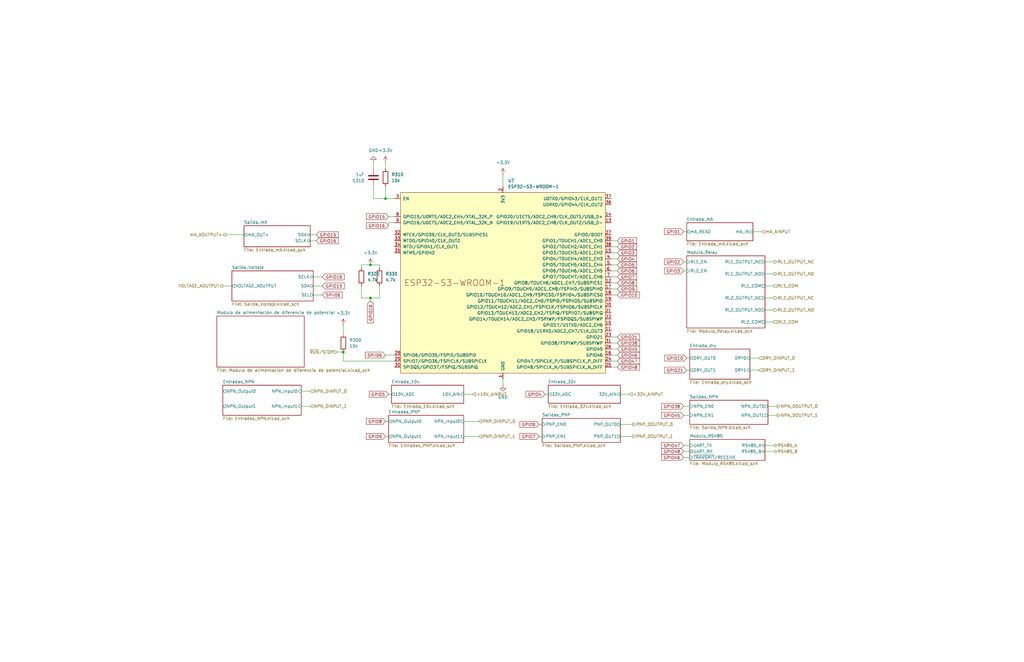
<source format=kicad_sch>
(kicad_sch (version 20250114) (generator "eeschema") (generator_version "9.0")
  (paper "USLedger")
  (title_block (title "NIVARA") (date "2025-06-13") (rev "1.0") (company "ELECTIVA ITLA"))
  (lib_symbols
    (symbol "Device:C" (pin_numbers (hide yes)) (pin_names (offset 0.254))
      (property "Reference" "C" (at 0.635 2.54 0))
      (property "Value" "C" (at 0.635 -2.54 0))
      (symbol "C_0_1"
        (polyline (pts (xy -2.032 0.762) (xy 2.032 0.762)) (stroke (width 0.508)))
        (polyline (pts (xy -2.032 -0.762) (xy 2.032 -0.762)) (stroke (width 0.508)))
      )
      (symbol "C_1_1"
        (pin passive line (at 0 3.81 270) (length 2.794) (name "~") (number "1"))
        (pin passive line (at 0 -3.81 90) (length 2.794) (name "~") (number "2"))
      )
    )
    (symbol "Device:R" (pin_numbers (hide yes)) (pin_names (offset 0))
      (property "Reference" "R" (at 2.032 0 90))
      (property "Value" "R" (at 0 0 90))
      (symbol "R_0_1"
        (rectangle (start -1.016 -2.54) (end 1.016 2.54) (stroke (width 0.254)))
      )
      (symbol "R_1_1"
        (pin passive line (at 0 3.81 270) (length 1.27) (name "~") (number "1"))
        (pin passive line (at 0 -3.81 90) (length 1.27) (name "~") (number "2"))
      )
    )
    (symbol "PCM_Espressif:ESP32-S3-WROOM-1" (pin_names (offset 1.016))
      (property "Reference" "U" (at -43.18 43.18 0))
      (property "Value" "ESP32-S3-WROOM-1" (at -43.18 40.64 0))
      (symbol "ESP32-S3-WROOM-1_0_0"
        (text "ESP32-S3-WROOM-1" (at -20.32 0 0) (effects (font (size 2.54 2.54))))
        (pin input line (at -45.72 35.56 0) (length 2.54) (name "EN") (number "3"))
        (pin bidirectional line (at -45.72 27.94 0) (length 2.54) (name "GPIO15/U0RTS/ADC2_CH4/XTAL_32K_P") (number "8"))
        (pin bidirectional line (at -45.72 25.4 0) (length 2.54) (name "GPIO16/U0CTS/ADC2_CH5/XTAL_32K_N") (number "9"))
        (pin bidirectional line (at -45.72 20.32 0) (length 2.54) (name "MTCK/GPIO39/CLK_OUT3/SUBSPICS1") (number "32"))
        (pin bidirectional line (at -45.72 17.78 0) (length 2.54) (name "MTDO/GPIO40/CLK_OUT2") (number "33"))
        (pin bidirectional line (at -45.72 15.24 0) (length 2.54) (name "MTDI/GPIO41/CLK_OUT1") (number "34"))
        (pin bidirectional line (at -45.72 12.7 0) (length 2.54) (name "MTMS/GPIO42") (number "35"))
        (pin bidirectional line (at -45.72 -30.48 0) (length 2.54) (name "SPIIO6/GPIO35/FSPID/SUBSPID") (number "28"))
        (pin bidirectional line (at -45.72 -33.02 0) (length 2.54) (name "SPIIO7/GPIO36/FSPICLK/SUBSPICLK") (number "29"))
        (pin bidirectional line (at -45.72 -35.56 0) (length 2.54) (name "SPIDQS/GPIO37/FSPIQ/SUBSPIQ") (number "30"))
        (pin power_in line (at 0 40.64 270) (length 2.54) (name "3V3") (number "2"))
        (pin power_in line (at 0 -40.64 90) (length 2.54) (name "GND") (number "1"))
        (pin passive line (at 0 -40.64 90) (length 2.54) (hide yes) (name "GND") (number "40"))
        (pin passive line (at 0 -40.64 90) (length 2.54) (hide yes) (name "GND") (number "41"))
        (pin bidirectional line (at 45.72 35.56 180) (length 2.54) (name "U0TXD/GPIO43/CLK_OUT1") (number "37"))
        (pin bidirectional line (at 45.72 33.02 180) (length 2.54) (name "U0RXD/GPIO44/CLK_OUT2") (number "36"))
        (pin bidirectional line (at 45.72 27.94 180) (length 2.54) (name "GPIO20/U1CTS/ADC2_CH9/CLK_OUT1/USB_D+") (number "14"))
        (pin bidirectional line (at 45.72 25.4 180) (length 2.54) (name "GPIO19/U1RTS/ADC2_CH8/CLK_OUT2/USB_D-") (number "13"))
        (pin bidirectional line (at 45.72 20.32 180) (length 2.54) (name "GPIO0/BOOT") (number "27"))
        (pin bidirectional line (at 45.72 17.78 180) (length 2.54) (name "GPIO1/TOUCH1/ADC1_CH0") (number "39"))
        (pin bidirectional line (at 45.72 15.24 180) (length 2.54) (name "GPIO2/TOUCH2/ADC1_CH1") (number "38"))
        (pin bidirectional line (at 45.72 12.7 180) (length 2.54) (name "GPIO3/TOUCH3/ADC1_CH2") (number "15"))
        (pin bidirectional line (at 45.72 10.16 180) (length 2.54) (name "GPIO4/TOUCH4/ADC1_CH3") (number "4"))
        (pin bidirectional line (at 45.72 7.62 180) (length 2.54) (name "GPIO5/TOUCH5/ADC1_CH4") (number "5"))
        (pin bidirectional line (at 45.72 5.08 180) (length 2.54) (name "GPIO6/TOUCH6/ADC1_CH5") (number "6"))
        (pin bidirectional line (at 45.72 2.54 180) (length 2.54) (name "GPIO7/TOUCH7/ADC1_CH6") (number "7"))
        (pin bidirectional line (at 45.72 0 180) (length 2.54) (name "GPIO8/TOUCH8/ADC1_CH7/SUBSPICS1") (number "12"))
        (pin bidirectional line (at 45.72 -2.54 180) (length 2.54) (name "GPIO9/TOUCH9/ADC1_CH8/FSPIHD/SUBSPIHD") (number "17"))
        (pin bidirectional line (at 45.72 -5.08 180) (length 2.54) (name "GPIO10/TOUCH10/ADC1_CH9/FSPICS0/FSPIIO4/SUBSPICS0") (number "18"))
        (pin bidirectional line (at 45.72 -7.62 180) (length 2.54) (name "GPIO11/TOUCH11/ADC2_CH0/FSPID/FSPIIO5/SUBSPID") (number "19"))
        (pin bidirectional line (at 45.72 -10.16 180) (length 2.54) (name "GPIO12/TOUCH12/ADC2_CH1/FSPICLK/FSPIIO6/SUBSPICLK") (number "20"))
        (pin bidirectional line (at 45.72 -12.7 180) (length 2.54) (name "GPIO13/TOUCH13/ADC2_CH2/FSPIQ/FSPIIO7/SUBSPIQ") (number "21"))
        (pin bidirectional line (at 45.72 -15.24 180) (length 2.54) (name "GPIO14/TOUCH14/ADC2_CH3/FSPIWP/FSPIDQS/SUBSPIWP") (number "22"))
        (pin bidirectional line (at 45.72 -17.78 180) (length 2.54) (name "GPIO17/U1TXD/ADC2_CH6") (number "10"))
        (pin bidirectional line (at 45.72 -20.32 180) (length 2.54) (name "GPIO18/U1RXD/ADC2_CH7/CLK_OUT3") (number "11"))
        (pin bidirectional line (at 45.72 -22.86 180) (length 2.54) (name "GPIO21") (number "23"))
        (pin bidirectional line (at 45.72 -25.4 180) (length 2.54) (name "GPIO38/FSPIWP/SUBSPIWP") (number "31"))
        (pin bidirectional line (at 45.72 -27.94 180) (length 2.54) (name "GPIO45") (number "26"))
        (pin bidirectional line (at 45.72 -30.48 180) (length 2.54) (name "GPIO46") (number "16"))
        (pin bidirectional line (at 45.72 -33.02 180) (length 2.54) (name "GPIO47/SPICLK_P/SUBSPICLK_P_DIFF") (number "24"))
        (pin bidirectional line (at 45.72 -35.56 180) (length 2.54) (name "GPIO48/SPICLK_N/SUBSPICLK_N_DIFF") (number "25"))
      )
      (symbol "ESP32-S3-WROOM-1_0_1"
        (rectangle (start -43.18 38.1) (end 43.18 -38.1) (fill (type background)))
      )
    )
    (symbol "power:+3.3V" (power) (pin_numbers (hide yes)) (pin_names (offset 0) (hide yes))
      (property "Value" "+3.3V" (at 0 3.556 0))
      (symbol "+3.3V_0_1"
        (polyline (pts (xy -0.762 1.27) (xy 0 2.54)))
        (polyline (pts (xy 0 2.54) (xy 0.762 1.27)))
        (polyline (pts (xy 0 0) (xy 0 2.54)))
      )
      (symbol "+3.3V_1_1"
        (pin power_in line (at 0 0 90) (length 0) (name "~") (number "1"))
      )
    )
    (symbol "power:GND" (power) (pin_numbers (hide yes)) (pin_names (offset 0) (hide yes))
      (property "Value" "GND" (at 0 -3.81 0))
      (symbol "GND_0_1"
        (polyline (pts (xy 0 0) (xy 0 -1.27) (xy 1.27 -1.27) (xy 0 -2.54) (xy -1.27 -1.27) (xy 0 -1.27)))
      )
      (symbol "GND_1_1"
        (pin power_in line (at 0 0 270) (length 0) (name "~") (number "1"))
      )
    )
  )
  (junction (at 162.56 83.82))
  (junction (at 156.21 111.76))
  (junction (at 144.78 148.59))
  (junction (at 156.21 125.73))
  (wire (pts (xy 261.62 184.15) (xy 266.7 184.15)))
  (wire (pts (xy 257.81 147.32) (xy 260.35 147.32)))
  (wire (pts (xy 257.81 111.76) (xy 260.35 111.76)))
  (wire (pts (xy 257.81 149.86) (xy 260.35 149.86)))
  (wire (pts (xy 288.29 97.79) (xy 289.56 97.79)))
  (wire (pts (xy 212.09 73.66) (xy 212.09 78.74)))
  (wire (pts (xy 130.81 101.6) (xy 133.35 101.6)))
  (wire (pts (xy 157.48 78.74) (xy 157.48 83.82)))
  (wire (pts (xy 257.81 109.22) (xy 260.35 109.22)))
  (wire (pts (xy 130.81 165.1) (xy 127 165.1)))
  (wire (pts (xy 132.08 120.65) (xy 135.89 120.65)))
  (wire (pts (xy 163.83 93.98) (xy 163.83 95.25)))
  (wire (pts (xy 257.81 116.84) (xy 260.35 116.84)))
  (wire (pts (xy 166.37 152.4) (xy 144.78 152.4)))
  (wire (pts (xy 257.81 119.38) (xy 260.35 119.38)))
  (wire (pts (xy 227.33 179.07) (xy 228.6 179.07)))
  (wire (pts (xy 257.81 104.14) (xy 260.35 104.14)))
  (wire (pts (xy 144.78 137.16) (xy 144.78 140.97)))
  (wire (pts (xy 288.29 190.5) (xy 290.83 190.5)))
  (wire (pts (xy 162.56 78.74) (xy 162.56 83.82)))
  (wire (pts (xy 160.02 120.65) (xy 160.02 125.73)))
  (wire (pts (xy 323.85 175.26) (xy 327.66 175.26)))
  (wire (pts (xy 162.56 184.15) (xy 163.83 184.15)))
  (wire (pts (xy 257.81 142.24) (xy 260.35 142.24)))
  (wire (pts (xy 166.37 83.82) (xy 162.56 83.82)))
  (wire (pts (xy 322.58 130.81) (xy 326.39 130.81)))
  (wire (pts (xy 162.56 68.58) (xy 162.56 71.12)))
  (wire (pts (xy 166.37 93.98) (xy 163.83 93.98)))
  (wire (pts (xy 227.33 184.15) (xy 228.6 184.15)))
  (wire (pts (xy 322.58 187.96) (xy 326.39 187.96)))
  (wire (pts (xy 132.08 116.84) (xy 135.89 116.84)))
  (wire (pts (xy 322.58 120.65) (xy 326.39 120.65)))
  (wire (pts (xy 201.93 177.8) (xy 195.58 177.8)))
  (wire (pts (xy 162.56 149.86) (xy 166.37 149.86)))
  (wire (pts (xy 261.62 179.07) (xy 266.7 179.07)))
  (wire (pts (xy 288.29 110.49) (xy 289.56 110.49)))
  (wire (pts (xy 157.48 83.82) (xy 162.56 83.82)))
  (wire (pts (xy 257.81 154.94) (xy 260.35 154.94)))
  (wire (pts (xy 257.81 106.68) (xy 260.35 106.68)))
  (wire (pts (xy 97.79 120.65) (xy 93.98 120.65)))
  (wire (pts (xy 257.81 124.46) (xy 260.35 124.46)))
  (wire (pts (xy 152.4 111.76) (xy 156.21 111.76)))
  (wire (pts (xy 288.29 171.45) (xy 290.83 171.45)))
  (wire (pts (xy 130.81 171.45) (xy 127 171.45)))
  (wire (pts (xy 320.04 156.21) (xy 316.23 156.21)))
  (wire (pts (xy 160.02 113.03) (xy 160.02 111.76)))
  (wire (pts (xy 102.87 99.06) (xy 95.25 99.06)))
  (wire (pts (xy 212.09 160.02) (xy 212.09 162.56)))
  (wire (pts (xy 322.58 110.49) (xy 326.39 110.49)))
  (wire (pts (xy 162.56 177.8) (xy 163.83 177.8)))
  (wire (pts (xy 288.29 175.26) (xy 290.83 175.26)))
  (wire (pts (xy 163.83 91.44) (xy 166.37 91.44)))
  (wire (pts (xy 257.81 114.3) (xy 260.35 114.3)))
  (wire (pts (xy 142.24 148.59) (xy 144.78 148.59)))
  (wire (pts (xy 322.58 190.5) (xy 326.39 190.5)))
  (wire (pts (xy 144.78 152.4) (xy 144.78 148.59)))
  (wire (pts (xy 289.56 151.13) (xy 290.83 151.13)))
  (wire (pts (xy 152.4 125.73) (xy 156.21 125.73)))
  (wire (pts (xy 201.93 184.15) (xy 195.58 184.15)))
  (wire (pts (xy 257.81 152.4) (xy 260.35 152.4)))
  (wire (pts (xy 229.87 166.37) (xy 231.14 166.37)))
  (wire (pts (xy 156.21 125.73) (xy 160.02 125.73)))
  (wire (pts (xy 265.43 166.37) (xy 261.62 166.37)))
  (wire (pts (xy 130.81 99.06) (xy 133.35 99.06)))
  (wire (pts (xy 132.08 124.46) (xy 135.89 124.46)))
  (wire (pts (xy 288.29 187.96) (xy 290.83 187.96)))
  (wire (pts (xy 257.81 144.78) (xy 260.35 144.78)))
  (wire (pts (xy 157.48 68.58) (xy 157.48 71.12)))
  (wire (pts (xy 156.21 127) (xy 156.21 125.73)))
  (wire (pts (xy 163.83 166.37) (xy 165.1 166.37)))
  (wire (pts (xy 322.58 115.57) (xy 326.39 115.57)))
  (wire (pts (xy 289.56 156.21) (xy 290.83 156.21)))
  (wire (pts (xy 199.39 166.37) (xy 195.58 166.37)))
  (wire (pts (xy 320.04 151.13) (xy 316.23 151.13)))
  (wire (pts (xy 323.85 171.45) (xy 327.66 171.45)))
  (wire (pts (xy 156.21 111.76) (xy 160.02 111.76)))
  (wire (pts (xy 257.81 101.6) (xy 260.35 101.6)))
  (wire (pts (xy 152.4 120.65) (xy 152.4 125.73)))
  (wire (pts (xy 322.58 135.89) (xy 326.39 135.89)))
  (wire (pts (xy 288.29 114.3) (xy 289.56 114.3)))
  (wire (pts (xy 152.4 113.03) (xy 152.4 111.76)))
  (wire (pts (xy 257.81 121.92) (xy 260.35 121.92)))
  (wire (pts (xy 317.5 97.79) (xy 321.31 97.79)))
  (wire (pts (xy 288.29 193.04) (xy 290.83 193.04)))
  (wire (pts (xy 322.58 125.73) (xy 326.39 125.73)))
  (global_label "GPIO8" (shape input) (at 260.35 119.38 0) (property "Intersheetrefs" "${INTERSHEET_REFS}" (effects (hide yes))))
  (global_label "GPIO3" (shape input) (at 260.35 106.68 0) (property "Intersheetrefs" "${INTERSHEET_REFS}" (effects (hide yes))))
  (global_label "GPIO21" (shape input) (at 289.56 156.21 180) (property "Intersheetrefs" "${INTERSHEET_REFS}" (effects (hide yes))))
  (global_label "GPIO15" (shape input) (at 133.35 99.06 0) (property "Intersheetrefs" "${INTERSHEET_REFS}" (effects (hide yes))))
  (global_label "GPIO6" (shape input) (at 260.35 114.3 0) (property "Intersheetrefs" "${INTERSHEET_REFS}" (effects (hide yes))))
  (global_label "GPIO5" (shape input) (at 260.35 111.76 0) (property "Intersheetrefs" "${INTERSHEET_REFS}" (effects (hide yes))))
  (global_label "GPIO3" (shape input) (at 288.29 114.3 180) (property "Intersheetrefs" "${INTERSHEET_REFS}" (effects (hide yes))))
  (global_label "GPIO2" (shape input) (at 260.35 104.14 0) (property "Intersheetrefs" "${INTERSHEET_REFS}" (effects (hide yes))))
  (global_label "SPII06" (shape input) (at 162.56 149.86 180) (property "Intersheetrefs" "${INTERSHEET_REFS}" (effects (hide yes))))
  (global_label "GPIO45" (shape input) (at 288.29 175.26 180) (property "Intersheetrefs" "${INTERSHEET_REFS}" (effects (hide yes))))
  (global_label "GPIO6" (shape input) (at 227.33 179.07 180) (property "Intersheetrefs" "${INTERSHEET_REFS}" (effects (hide yes))))
  (global_label "GPIO16" (shape input) (at 135.89 116.84 0) (property "Intersheetrefs" "${INTERSHEET_REFS}" (effects (hide yes))))
  (global_label "GPIO16" (shape input) (at 133.35 101.6 0) (property "Intersheetrefs" "${INTERSHEET_REFS}" (effects (hide yes))))
  (global_label "GPIO15" (shape input) (at 135.89 120.65 0) (property "Intersheetrefs" "${INTERSHEET_REFS}" (effects (hide yes))))
  (global_label "GPIO38" (shape input) (at 260.35 144.78 0) (property "Intersheetrefs" "${INTERSHEET_REFS}" (effects (hide yes))))
  (global_label "GPIO9" (shape input) (at 260.35 121.92 0) (property "Intersheetrefs" "${INTERSHEET_REFS}" (effects (hide yes))))
  (global_label "GPIO48" (shape input) (at 288.29 190.5 180) (property "Intersheetrefs" "${INTERSHEET_REFS}" (effects (hide yes))))
  (global_label "SPII06" (shape input) (at 135.89 124.46 0) (property "Intersheetrefs" "${INTERSHEET_REFS}" (effects (hide yes))))
  (global_label "GPIO16" (shape input) (at 163.83 95.25 180) (property "Intersheetrefs" "${INTERSHEET_REFS}" (effects (hide yes))))
  (global_label "GPIO45" (shape input) (at 260.35 147.32 0) (property "Intersheetrefs" "${INTERSHEET_REFS}" (effects (hide yes))))
  (global_label "GPIO9" (shape input) (at 162.56 184.15 180) (property "Intersheetrefs" "${INTERSHEET_REFS}" (effects (hide yes))))
  (global_label "GPIO10" (shape input) (at 289.56 151.13 180) (property "Intersheetrefs" "${INTERSHEET_REFS}" (effects (hide yes))))
  (global_label "GPIO10" (shape input) (at 260.35 124.46 0) (property "Intersheetrefs" "${INTERSHEET_REFS}" (effects (hide yes))))
  (global_label "GPIO47" (shape input) (at 288.29 187.96 180) (property "Intersheetrefs" "${INTERSHEET_REFS}" (effects (hide yes))))
  (global_label "GPIO4" (shape input) (at 260.35 109.22 0) (property "Intersheetrefs" "${INTERSHEET_REFS}" (effects (hide yes))))
  (global_label "GPIO16" (shape input) (at 156.21 127 270) (property "Intersheetrefs" "${INTERSHEET_REFS}" (effects (hide yes))))
  (global_label "GPIO21" (shape input) (at 260.35 142.24 0) (property "Intersheetrefs" "${INTERSHEET_REFS}" (effects (hide yes))))
  (global_label "GPIO7" (shape input) (at 227.33 184.15 180) (property "Intersheetrefs" "${INTERSHEET_REFS}" (effects (hide yes))))
  (global_label "GPIO38" (shape input) (at 288.29 171.45 180) (property "Intersheetrefs" "${INTERSHEET_REFS}" (effects (hide yes))))
  (global_label "GPIO46" (shape input) (at 260.35 149.86 0) (property "Intersheetrefs" "${INTERSHEET_REFS}" (effects (hide yes))))
  (global_label "GPIO4" (shape input) (at 229.87 166.37 180) (property "Intersheetrefs" "${INTERSHEET_REFS}" (effects (hide yes))))
  (global_label "GPIO1" (shape input) (at 288.29 97.79 180) (property "Intersheetrefs" "${INTERSHEET_REFS}" (effects (hide yes))))
  (global_label "GPIO8" (shape input) (at 162.56 177.8 180) (property "Intersheetrefs" "${INTERSHEET_REFS}" (effects (hide yes))))
  (global_label "GPIO46" (shape input) (at 288.29 193.04 180) (property "Intersheetrefs" "${INTERSHEET_REFS}" (effects (hide yes))))
  (global_label "GPIO15" (shape input) (at 163.83 91.44 180) (property "Intersheetrefs" "${INTERSHEET_REFS}" (effects (hide yes))))
  (global_label "GPIO2" (shape input) (at 288.29 110.49 180) (property "Intersheetrefs" "${INTERSHEET_REFS}" (effects (hide yes))))
  (global_label "GPIO7" (shape input) (at 260.35 116.84 0) (property "Intersheetrefs" "${INTERSHEET_REFS}" (effects (hide yes))))
  (global_label "GPIO1" (shape input) (at 260.35 101.6 0) (property "Intersheetrefs" "${INTERSHEET_REFS}" (effects (hide yes))))
  (global_label "GPIO5" (shape input) (at 163.83 166.37 180) (property "Intersheetrefs" "${INTERSHEET_REFS}" (effects (hide yes))))
  (global_label "GPIO47" (shape input) (at 260.35 152.4 0) (property "Intersheetrefs" "${INTERSHEET_REFS}" (effects (hide yes))))
  (global_label "GPIO48" (shape input) (at 260.35 154.94 0) (property "Intersheetrefs" "${INTERSHEET_REFS}" (effects (hide yes))))
  (hierarchical_label "DRY_DINPUT_1" (shape input) (at 320.04 156.21 0))
  (hierarchical_label "PNP_DOUTPUT_1" (shape output) (at 266.7 184.15 0))
  (hierarchical_label "+10V_AINPUT" (shape input) (at 199.39 166.37 0))
  (hierarchical_label "~{RUN}{slash}STOP" (shape input) (at 142.24 148.59 180))
  (hierarchical_label "NPN_DINPUT_0" (shape input) (at 130.81 165.1 0))
  (hierarchical_label "PNP_DOUTPUT_0" (shape output) (at 266.7 179.07 0))
  (hierarchical_label "RL1_OUTPUT_NC" (shape output) (at 326.39 110.49 0))
  (hierarchical_label "PNP_DINPUT_0" (shape input) (at 201.93 177.8 0))
  (hierarchical_label "RS485_A" (shape bidirectional) (at 326.39 187.96 0))
  (hierarchical_label "RL1_OUTPUT_NO" (shape output) (at 326.39 115.57 0))
  (hierarchical_label "DRY_DINPUT_0" (shape input) (at 320.04 151.13 0))
  (hierarchical_label "PNP_DINPUT_1" (shape input) (at 201.93 184.15 0))
  (hierarchical_label "RL2_COM" (shape passive) (at 326.39 135.89 0))
  (hierarchical_label "VOLTAGE_AOUTPUT" (shape output) (at 93.98 120.65 180))
  (hierarchical_label "RL1_COM" (shape passive) (at 326.39 120.65 0))
  (hierarchical_label "RS485_B" (shape bidirectional) (at 326.39 190.5 0))
  (hierarchical_label "NPN_DINPUT_1" (shape input) (at 130.81 171.45 0))
  (hierarchical_label "NPN_DOUTPUT_0" (shape output) (at 327.66 171.45 0))
  (hierarchical_label "RL2_OUTPUT_NO" (shape output) (at 326.39 130.81 0))
  (hierarchical_label "mA_AINPUT" (shape input) (at 321.31 97.79 0))
  (hierarchical_label "NPN_DOUTPUT_1" (shape output) (at 327.66 175.26 0))
  (hierarchical_label "RL2_OUTPUT_NC" (shape output) (at 326.39 125.73 0))
  (hierarchical_label "+32V_AINPUT" (shape input) (at 265.43 166.37 0))
  (hierarchical_label "mA_AOUTPUT+" (shape output) (at 95.25 99.06 180))
  (symbol (lib_id "power:+3.3V") (at 144.78 137.16 0) (unit 1)
    (property "Reference" "#PWR?" (effects (hide yes)))
    (property "Value" "+3.3V" (at 144.78 132.08 0))
    (property "Description" "Power symbol creates a global label with name \"+3.3V\"" (effects (hide yes)))
  )
  (symbol (lib_id "power:GND") (at 157.48 68.58 180) (unit 1)
    (property "Reference" "#PWR?" (effects (hide yes)))
    (property "Value" "GND" (at 157.48 63.5 0))
    (property "Description" "Power symbol creates a global label with name \"GND\" , ground" (effects (hide yes)))
  )
  (symbol (lib_id "Device:R") (at 160.02 116.84 0) (unit 1)
    (property "Reference" "R330" (at 162.56 115.5699 0) (effects (justify left)))
    (property "Value" "4.7k" (at 162.56 118.1099 0) (effects (justify left)))
    (property "Description" "Resistor" (effects (hide yes)))
  )
  (symbol (lib_id "Device:R") (at 162.56 74.93 0) (unit 1)
    (property "Reference" "R310" (at 165.1 73.6599 0) (effects (justify left)))
    (property "Value" "10k" (at 165.1 76.1999 0) (effects (justify left)))
    (property "Description" "Resistor" (effects (hide yes)))
  )
  (symbol (lib_id "power:GND") (at 212.09 162.56 0) (unit 1)
    (property "Reference" "#PWR?" (effects (hide yes)))
    (property "Value" "GND" (at 212.09 167.64 0))
    (property "Description" "Power symbol creates a global label with name \"GND\" , ground" (effects (hide yes)))
  )
  (symbol (lib_id "Device:C") (at 157.48 74.93 0) (mirror x) (unit 1)
    (property "Reference" "C310" (at 153.67 76.2001 0) (effects (justify right)))
    (property "Value" "1uF" (at 153.67 73.6601 0) (effects (justify right)))
    (property "Description" "Unpolarized capacitor" (effects (hide yes)))
  )
  (symbol (lib_id "Device:R") (at 152.4 116.84 0) (unit 1)
    (property "Reference" "R320" (at 154.94 115.5699 0) (effects (justify left)))
    (property "Value" "4.7k" (at 154.94 118.1099 0) (effects (justify left)))
    (property "Description" "Resistor" (effects (hide yes)))
  )
  (symbol (lib_id "power:+3.3V") (at 212.09 73.66 0) (unit 1)
    (property "Reference" "#PWR?" (effects (hide yes)))
    (property "Value" "+3.3V" (at 212.09 68.58 0))
    (property "Description" "Power symbol creates a global label with name \"+3.3V\"" (effects (hide yes)))
  )
  (symbol (lib_id "PCM_Espressif:ESP32-S3-WROOM-1") (at 212.09 119.38 0) (unit 1)
    (property "Reference" "U?" (at 214.2333 76.2 0) (effects (justify left)))
    (property "Value" "ESP32-S3-WROOM-1" (at 214.2333 78.74 0) (effects (justify left)))
    (property "Footprint" "PCM_Espressif:ESP32-S3-WROOM-1" (effects (hide yes)))
    (property "Datasheet" "https://www.espressif.com/sites/default/files/documentation/esp32-s3-wroom-1_wroom-1u_datasheet_en.pdf" (effects (hide yes)))
    (property "Description" "2.4 GHz WiFi (802.11 b/g/n) and Bluetooth ® 5 (LE) module Built around ESP32S3 series of SoCs, Xtensa ® dualcore 32bit LX7 microprocessor Flash up to 16 MB, PSRAM up to 8 MB 36 GPIOs, rich set of peripherals Onboard PCB antenna" (effects (hide yes)))
  )
  (symbol (lib_id "Device:R") (at 144.78 144.78 0) (unit 1)
    (property "Reference" "R300" (at 147.32 143.5099 0) (effects (justify left)))
    (property "Value" "10k" (at 147.32 146.0499 0) (effects (justify left)))
    (property "Description" "Resistor" (effects (hide yes)))
  )
  (symbol (lib_id "power:+3.3V") (at 156.21 111.76 0) (unit 1)
    (property "Reference" "#PWR?" (effects (hide yes)))
    (property "Value" "+3.3V" (at 156.21 106.68 0))
    (property "Description" "Power symbol creates a global label with name \"+3.3V\"" (effects (hide yes)))
  )
  (symbol (lib_id "power:+3.3V") (at 162.56 68.58 0) (unit 1)
    (property "Reference" "#PWR?" (effects (hide yes)))
    (property "Value" "+3.3V" (at 162.56 63.5 0))
    (property "Description" "Power symbol creates a global label with name \"+3.3V\"" (effects (hide yes)))
  )
  (sheet (at 97.79 114.3) (size 34.29 12.7) (stroke (width 0.1524))
    (property "Sheetname" "Salida_Voltaje" (at 97.79 113.5884 0) (effects (justify left bottom)))
    (property "Sheetfile" "Salida_Voltaje.kicad_sch" (at 97.79 127.5846 0) (effects (justify left top)))
    (pin "SCLK" bidirectional (at 132.08 116.84 0))
    (pin "SDA" bidirectional (at 132.08 120.65 0))
    (pin "SEL" output (at 132.08 124.46 0))
    (pin "VOLTAGE_AOUTPUT" output (at 97.79 120.65 180))
  )
  (sheet (at 163.83 175.26) (size 31.75 11.43) (stroke (width 0.1524))
    (property "Sheetname" "Entradas_PNP" (at 163.83 174.5484 0) (effects (justify left bottom)))
    (property "Sheetfile" "Entradas_PNP.kicad_sch" (at 163.83 187.2746 0) (effects (justify left top)))
    (pin "NPN_Input0" input (at 195.58 177.8 0))
    (pin "NPN_Input1" input (at 195.58 184.15 0))
    (pin "NPN_Output0" output (at 163.83 177.8 180))
    (pin "NPN_Output1" output (at 163.83 184.15 180))
  )
  (sheet (at 290.83 147.32) (size 25.4 12.7) (stroke (width 0.1524))
    (property "Sheetname" "Entrada_dry" (at 290.83 146.6084 0) (effects (justify left bottom)))
    (property "Sheetfile" "Entrada_dry.kicad_sch" (at 290.83 160.6046 0) (effects (justify left top)))
    (pin "DRY0" input (at 316.23 151.13 0))
    (pin "DRY1" input (at 316.23 156.21 0))
    (pin "DRY_OUT0" output (at 290.83 151.13 180))
    (pin "DRY_OUT1" output (at 290.83 156.21 180))
  )
  (sheet (at 290.83 185.42) (size 31.75 8.89) (stroke (width 0.1524))
    (property "Sheetname" "Modulo_RS485" (at 290.83 184.7084 0) (effects (justify left bottom)))
    (property "Sheetfile" "Modulo_RS485.kicad_sch" (at 290.83 194.8946 0) (effects (justify left top)))
    (pin "RS485_A" bidirectional (at 322.58 187.96 0))
    (pin "RS485_B" bidirectional (at 322.58 190.5 0))
    (pin "UART_TX" input (at 290.83 187.96 180))
    (pin "UART_RX" output (at 290.83 190.5 180))
    (pin "~{TRANSMIT}{slash}RECEIVE" input (at 290.83 193.04 180))
  )
  (sheet (at 290.83 168.91) (size 33.02 10.16) (stroke (width 0.1524))
    (property "Sheetname" "Salidas_NPN" (at 290.83 168.1984 0) (effects (justify left bottom)))
    (property "Sheetfile" "Salida_NPN.kicad_sch" (at 290.83 179.6546 0) (effects (justify left top)))
    (pin "NPN_OUT0" output (at 323.85 171.45 0))
    (pin "NPN_OUT1" output (at 323.85 175.26 0))
    (pin "NPN_EN0" input (at 290.83 171.45 180))
    (pin "NPN_EN1" input (at 290.83 175.26 180))
  )
  (sheet (at 228.6 176.53) (size 33.02 10.16) (stroke (width 0.1524))
    (property "Sheetname" "Salidas_PNP" (at 228.6 175.8184 0) (effects (justify left bottom)))
    (property "Sheetfile" "Salidas_PNP.kicad_sch" (at 228.6 187.2746 0) (effects (justify left top)))
    (pin "PNP_OUT0" output (at 261.62 179.07 0))
    (pin "PNP_OUT1" output (at 261.62 184.15 0))
    (pin "PNP_EN0" input (at 228.6 179.07 180))
    (pin "PNP_EN1" input (at 228.6 184.15 180))
  )
  (sheet (at 289.56 107.95) (size 33.02 30.48) (stroke (width 0.1524))
    (property "Sheetname" "Modulo_Relay" (at 289.56 107.2384 0) (effects (justify left bottom)))
    (property "Sheetfile" "Modulo_Relay.kicad_sch" (at 289.56 139.0146 0) (effects (justify left top)))
    (pin "RL1_COM" passive (at 322.58 120.65 0))
    (pin "RL1_EN" input (at 289.56 110.49 180))
    (pin "RL1_OUTPUT_NC" output (at 322.58 110.49 0))
    (pin "RL1_OUTPUT_NO" output (at 322.58 115.57 0))
    (pin "RL2_COM" passive (at 322.58 135.89 0))
    (pin "RL2_EN" input (at 289.56 114.3 180))
    (pin "RL2_OUTPUT_NC" output (at 322.58 125.73 0))
    (pin "RL2_OUTPUT_NO" output (at 322.58 130.81 0))
  )
  (sheet (at 289.56 93.98) (size 27.94 7.62) (stroke (width 0.1524))
    (property "Sheetname" "Entrada_mA" (at 289.56 93.2684 0) (effects (justify left bottom)))
    (property "Sheetfile" "Entrada_mA.kicad_sch" (at 289.56 102.1846 0) (effects (justify left top)))
    (pin "mA_IN" input (at 317.5 97.79 0))
    (pin "mA_READ" output (at 289.56 97.79 180))
  )
  (sheet (at 91.44 133.35) (size 36.83 21.59) (stroke (width 0.1524))
    (property "Sheetname" "Modulo de alimentación de diferencia de potencial" (at 91.44 132.6384 0) (effects (justify left bottom)))
    (property "Sheetfile" "Modulo de alimentación de diferencia de potencial.kicad_sch" (at 91.44 155.5246 0) (effects (justify left top)))
  )
  (sheet (at 165.1 162.56) (size 30.48 7.62) (stroke (width 0.1524))
    (property "Sheetname" "Entrada_10v" (at 165.1 161.8484 0) (effects (justify left bottom)))
    (property "Sheetfile" "Entrada_10v.kicad_sch" (at 165.1 170.7646 0) (effects (justify left top)))
    (pin "10V_ADC" output (at 165.1 166.37 180))
    (pin "10V_AIN" input (at 195.58 166.37 0))
  )
  (sheet (at 102.87 95.25) (size 27.94 8.89) (stroke (width 0.1524))
    (property "Sheetname" "Salida_mA" (at 102.87 94.5384 0) (effects (justify left bottom)))
    (property "Sheetfile" "Entrada_mA.kicad_sch" (at 102.87 104.7246 0) (effects (justify left top)))
    (pin "mA_OUT+" output (at 102.87 99.06 180))
    (pin "SCLK" bidirectional (at 130.81 101.6 0))
    (pin "SDA" bidirectional (at 130.81 99.06 0))
  )
  (sheet (at 231.14 162.56) (size 30.48 7.62) (stroke (width 0.1524))
    (property "Sheetname" "Entrada_32v" (at 231.14 161.8484 0) (effects (justify left bottom)))
    (property "Sheetfile" "Entrada_32v.kicad_sch" (at 231.14 170.7646 0) (effects (justify left top)))
    (pin "32V_ADC" output (at 231.14 166.37 180))
    (pin "32V_AIN" input (at 261.62 166.37 0))
  )
  (sheet (at 93.98 162.56) (size 33.02 12.7) (stroke (width 0.1524))
    (property "Sheetname" "Entradas_NPN" (at 93.98 161.8484 0) (effects (justify left bottom)))
    (property "Sheetfile" "Entradas_NPN.kicad_sch" (at 93.98 175.8446 0) (effects (justify left top)))
    (pin "NPN_Input0" input (at 127 165.1 0))
    (pin "NPN_Input1" input (at 127 171.45 0))
    (pin "NPN_Output0" output (at 93.98 165.1 180))
    (pin "NPN_Output1" output (at 93.98 171.45 180))
  )
)
</source>
